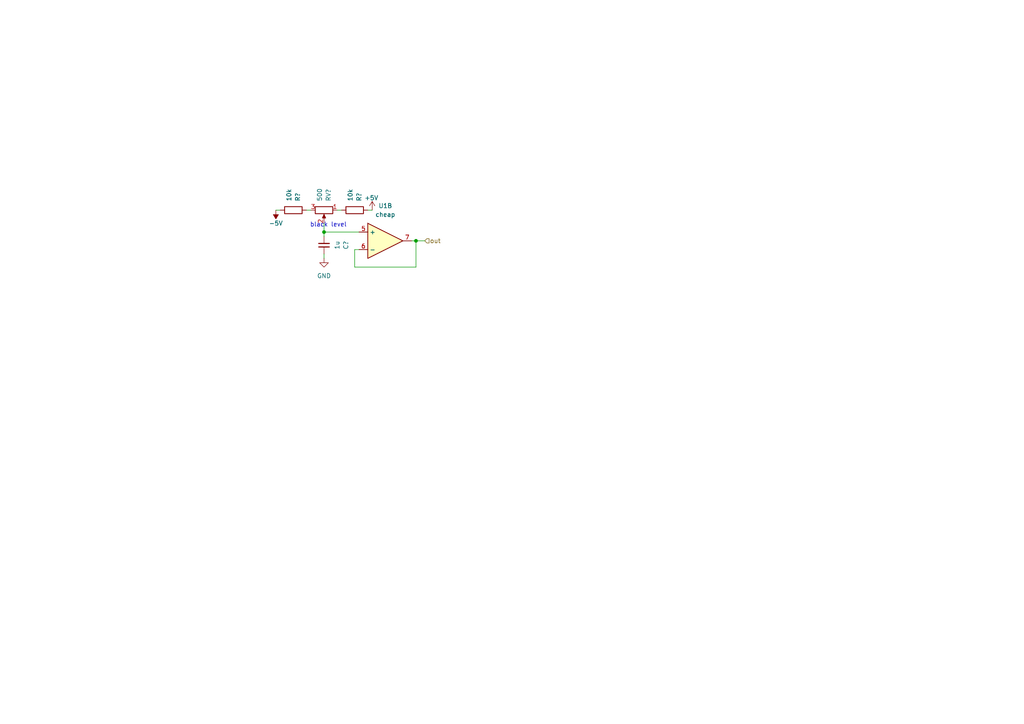
<source format=kicad_sch>
(kicad_sch (version 20250114) (generator "eeschema") (generator_version "9.0")
  (paper "A4")
  (lib_symbols
    (symbol "synkie_symbols:+5V" (power) (pin_names (offset 0))
      (property "Value" "+5V" (at 0 3.556 0))
      (symbol "+5V_0_1"
        (polyline (pts (xy -0.762 1.27) (xy 0 2.54)))
        (polyline (pts (xy 0 2.54) (xy 0.762 1.27)))
        (polyline (pts (xy 0 0) (xy 0 2.54)))
      )
      (symbol "+5V_1_1"
        (pin power_in line (at 0 0 90) (length 0) (hide yes) (name "+5V") (number "1"))
      )
    )
    (symbol "synkie_symbols:-5V" (power) (pin_names (offset 0))
      (property "Value" "-5V" (at 0 3.81 0))
      (symbol "-5V_0_0"
        (pin power_in line (at 0 0 90) (length 0) (hide yes) (name "-5V") (number "1"))
      )
      (symbol "-5V_0_1"
        (polyline (pts (xy 0 0) (xy 0 1.27) (xy 0.762 1.27) (xy 0 2.54) (xy -0.762 1.27) (xy 0 1.27)) (fill (type outline)))
      )
    )
    (symbol "synkie_symbols:C_Small" (pin_numbers (hide yes)) (pin_names (offset 0.254) (hide yes))
      (property "Reference" "C" (at 0.254 1.778 0))
      (property "Value" "C_Small" (at 0.254 -2.032 0))
      (symbol "C_Small_0_1"
        (polyline (pts (xy -1.524 0.508) (xy 1.524 0.508)) (stroke (width 0.3048)))
        (polyline (pts (xy -1.524 -0.508) (xy 1.524 -0.508)) (stroke (width 0.3302)))
      )
      (symbol "C_Small_1_1"
        (pin passive line (at 0 2.54 270) (length 2.032) (name "~") (number "1"))
        (pin passive line (at 0 -2.54 90) (length 2.032) (name "~") (number "2"))
      )
    )
    (symbol "synkie_symbols:GND" (power) (pin_names (offset 0))
      (property "Value" "GND" (at 0 -3.81 0))
      (symbol "GND_0_1"
        (polyline (pts (xy 0 0) (xy 0 -1.27) (xy 1.27 -1.27) (xy 0 -2.54) (xy -1.27 -1.27) (xy 0 -1.27)))
      )
      (symbol "GND_1_1"
        (pin power_in line (at 0 0 270) (length 0) (hide yes) (name "GND") (number "1"))
      )
    )
    (symbol "synkie_symbols:Opamp_Dual_Generic"
      (property "Reference" "U" (at 0 5.08 0))
      (property "Value" "Opamp_Dual_Generic" (at 0 -5.08 0))
      (symbol "Opamp_Dual_Generic_1_1"
        (polyline (pts (xy -5.08 5.08) (xy 5.08 0) (xy -5.08 -5.08) (xy -5.08 5.08)) (stroke (width 0.254)) (fill (type background)))
        (pin input line (at -7.62 2.54 0) (length 2.54) (name "+") (number "3"))
        (pin input line (at -7.62 -2.54 0) (length 2.54) (name "-") (number "2"))
        (pin output line (at 7.62 0 180) (length 2.54) (name "~") (number "1"))
      )
      (symbol "Opamp_Dual_Generic_2_1"
        (polyline (pts (xy -5.08 5.08) (xy 5.08 0) (xy -5.08 -5.08) (xy -5.08 5.08)) (stroke (width 0.254)) (fill (type background)))
        (pin input line (at -7.62 2.54 0) (length 2.54) (name "+") (number "5"))
        (pin input line (at -7.62 -2.54 0) (length 2.54) (name "-") (number "6"))
        (pin output line (at 7.62 0 180) (length 2.54) (name "~") (number "7"))
      )
      (symbol "Opamp_Dual_Generic_3_1"
        (pin power_in line (at -2.54 7.62 270) (length 3.81) (name "V+") (number "8"))
        (pin power_in line (at -2.54 -7.62 90) (length 3.81) (name "V-") (number "4"))
      )
    )
    (symbol "synkie_symbols:R" (pin_numbers (hide yes)) (pin_names (offset 0))
      (property "Reference" "R" (at 2.032 0 90))
      (property "Value" "R" (at 0 0 90))
      (symbol "R_0_1"
        (rectangle (start -1.016 -2.54) (end 1.016 2.54) (stroke (width 0.254)))
      )
      (symbol "R_1_1"
        (pin passive line (at 0 3.81 270) (length 1.27) (name "~") (number "1"))
        (pin passive line (at 0 -3.81 90) (length 1.27) (name "~") (number "2"))
      )
    )
    (symbol "synkie_symbols:R_POT" (pin_names (offset 1.016) (hide yes))
      (property "Reference" "RV" (at -4.445 0 90))
      (property "Value" "R_POT" (at -2.54 0 90))
      (symbol "R_POT_0_1"
        (rectangle (start 1.016 2.54) (end -1.016 -2.54) (stroke (width 0.254)))
        (polyline (pts (xy 1.143 0) (xy 2.286 0.508) (xy 2.286 -0.508) (xy 1.143 0)) (fill (type outline)))
        (polyline (pts (xy 2.54 0) (xy 1.524 0)))
      )
      (symbol "R_POT_1_1"
        (pin passive line (at 0 3.81 270) (length 1.27) (name "1") (number "1"))
        (pin passive line (at 0 -3.81 90) (length 1.27) (name "3") (number "3"))
        (pin passive line (at 3.81 0 180) (length 1.27) (name "2") (number "2"))
      )
    )
  )
  (text "black level" (at 95.25 65.278 0) (effects (font (size 1.27 1.27))))
  (junction (at 93.98 67.31))
  (junction (at 120.65 69.85))
  (wire (pts (xy 120.65 69.85) (xy 123.19 69.85)))
  (wire (pts (xy 120.65 77.47) (xy 120.65 69.85)))
  (wire (pts (xy 102.87 72.39) (xy 102.87 77.47)))
  (wire (pts (xy 90.17 60.96) (xy 88.9 60.96)))
  (wire (pts (xy 106.68 60.96) (xy 107.95 60.96)))
  (wire (pts (xy 80.01 60.96) (xy 81.28 60.96)))
  (wire (pts (xy 93.98 67.31) (xy 104.14 67.31)))
  (wire (pts (xy 93.98 73.66) (xy 93.98 74.93)))
  (wire (pts (xy 99.06 60.96) (xy 97.79 60.96)))
  (wire (pts (xy 93.98 64.77) (xy 93.98 67.31)))
  (wire (pts (xy 102.87 77.47) (xy 120.65 77.47)))
  (wire (pts (xy 119.38 69.85) (xy 120.65 69.85)))
  (wire (pts (xy 104.14 72.39) (xy 102.87 72.39)))
  (wire (pts (xy 93.98 67.31) (xy 93.98 68.58)))
  (hierarchical_label "out" (shape input) (at 123.19 69.85 0))
  (symbol (lib_id "synkie_symbols:Opamp_Dual_Generic") (at 111.76 69.85 0) (unit 2)
    (property "Reference" "U1" (at 111.76 59.69 0))
    (property "Value" "cheap" (at 111.76 62.23 0))
    (property "Footprint" "synkie_footprints:SOIC-8_3.9x4.9mm_P1.27mm" (effects (hide yes)))
    (property "Description" "Dual operational amplifier" (effects (hide yes)))
  )
  (symbol (lib_id "synkie_symbols:R_POT") (at 93.98 60.96 270) (unit 1)
    (property "Reference" "RV?" (at 95.2501 58.42 0) (effects (justify right)))
    (property "Value" "500" (at 92.7101 58.42 0) (effects (justify right)))
    (property "Footprint" "synkie_footprints:Potentiometer_Bourns_3296Y_Vertical" (effects (hide yes)))
    (property "Description" "Potentiometer" (effects (hide yes)))
  )
  (symbol (lib_id "synkie_symbols:C_Small") (at 93.98 71.12 180) (unit 1)
    (property "Reference" "C?" (at 100.33 71.1137 90))
    (property "Value" "1u" (at 97.79 71.1137 90))
    (property "Footprint" "synkie_footprints:C_0805_2012Metric_Pad1.15x1.40mm_HandSolder" (effects (hide yes)))
    (property "Description" "Unpolarized capacitor, small symbol" (effects (hide yes)))
  )
  (symbol (lib_id "synkie_symbols:R") (at 102.87 60.96 90) (mirror x) (unit 1)
    (property "Reference" "R?" (at 104.1401 58.42 0) (effects (justify right)))
    (property "Value" "10k" (at 101.6001 58.42 0) (effects (justify right)))
    (property "Footprint" "synkie_footprints:R_0805_2012Metric_Pad1.15x1.40mm_HandSolder" (effects (hide yes)))
    (property "Description" "Resistor" (effects (hide yes)))
  )
  (symbol (lib_id "synkie_symbols:-5V") (at 80.01 60.96 180) (unit 1)
    (property "Reference" "#PWR?" (effects (hide yes)))
    (property "Value" "-5V" (at 77.978 64.77 0) (effects (justify right)))
    (property "Description" "Power symbol creates a global label with name \"-5V\"" (effects (hide yes)))
  )
  (symbol (lib_id "synkie_symbols:+5V") (at 107.95 60.96 0) (unit 1)
    (property "Reference" "#PWR?" (effects (hide yes)))
    (property "Value" "+5V" (at 105.664 57.404 0) (effects (justify left)))
    (property "Description" "Power symbol creates a global label with name \"+5V\"" (effects (hide yes)))
  )
  (symbol (lib_id "synkie_symbols:GND") (at 93.98 74.93 0) (unit 1)
    (property "Reference" "#PWR?" (effects (hide yes)))
    (property "Value" "GND" (at 93.98 80.01 0))
    (property "Description" "Power symbol creates a global label with name \"GND\" , ground" (effects (hide yes)))
  )
  (symbol (lib_id "synkie_symbols:R") (at 85.09 60.96 90) (mirror x) (unit 1)
    (property "Reference" "R?" (at 86.3601 58.42 0) (effects (justify right)))
    (property "Value" "10k" (at 83.8201 58.42 0) (effects (justify right)))
    (property "Footprint" "synkie_footprints:R_0805_2012Metric_Pad1.15x1.40mm_HandSolder" (effects (hide yes)))
    (property "Description" "Resistor" (effects (hide yes)))
  )
)
</source>
